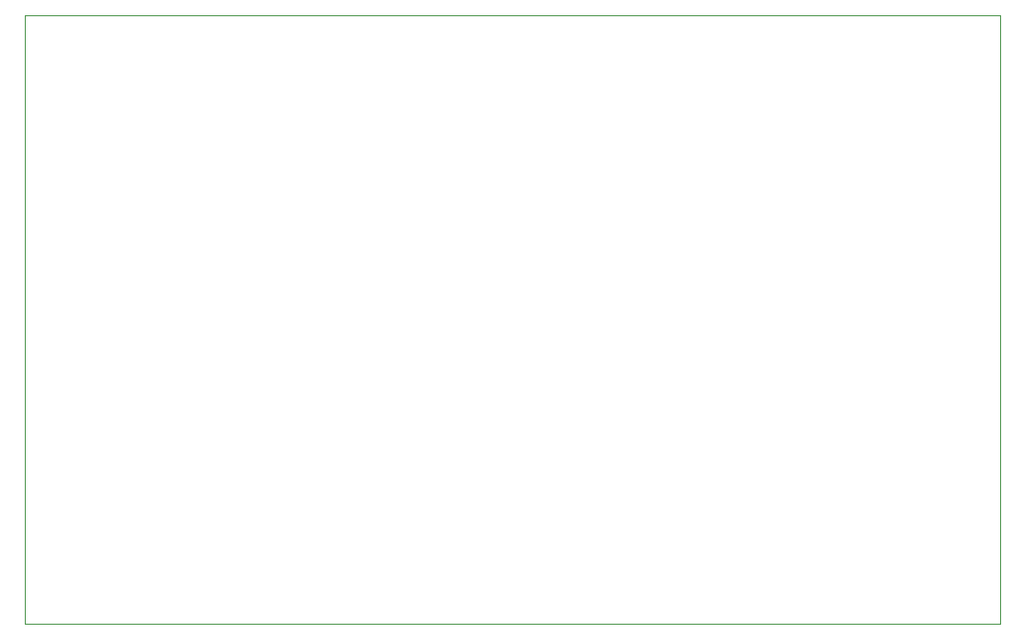
<source format=gbr>
%TF.GenerationSoftware,KiCad,Pcbnew,9.0.6*%
%TF.CreationDate,2025-12-14T01:17:05-08:00*%
%TF.ProjectId,base-station,62617365-2d73-4746-9174-696f6e2e6b69,rev?*%
%TF.SameCoordinates,Original*%
%TF.FileFunction,Profile,NP*%
%FSLAX46Y46*%
G04 Gerber Fmt 4.6, Leading zero omitted, Abs format (unit mm)*
G04 Created by KiCad (PCBNEW 9.0.6) date 2025-12-14 01:17:05*
%MOMM*%
%LPD*%
G01*
G04 APERTURE LIST*
%TA.AperFunction,Profile*%
%ADD10C,0.050000*%
%TD*%
G04 APERTURE END LIST*
D10*
X34250000Y-104000000D02*
X120750000Y-104000000D01*
X120750000Y-50000000D02*
X120750000Y-104000000D01*
X34250000Y-50000000D02*
X120750000Y-50000000D01*
X34250000Y-50000000D02*
X34250000Y-104000000D01*
M02*

</source>
